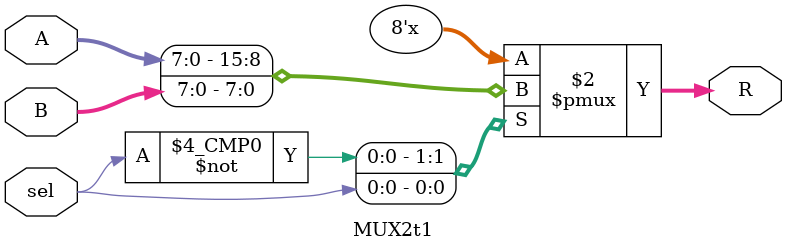
<source format=v>
module MUX2t1 (
    input [7:0] A,
    input [7:0] B,
    input sel,
    output reg [7:0] R
);
    always@(*) begin
        case(sel)
            1'b0 : R = A;   // 0 -> aluIMM
            1'b1 : R = B;   // 1 -> Rs
        endcase
    end

endmodule
</source>
